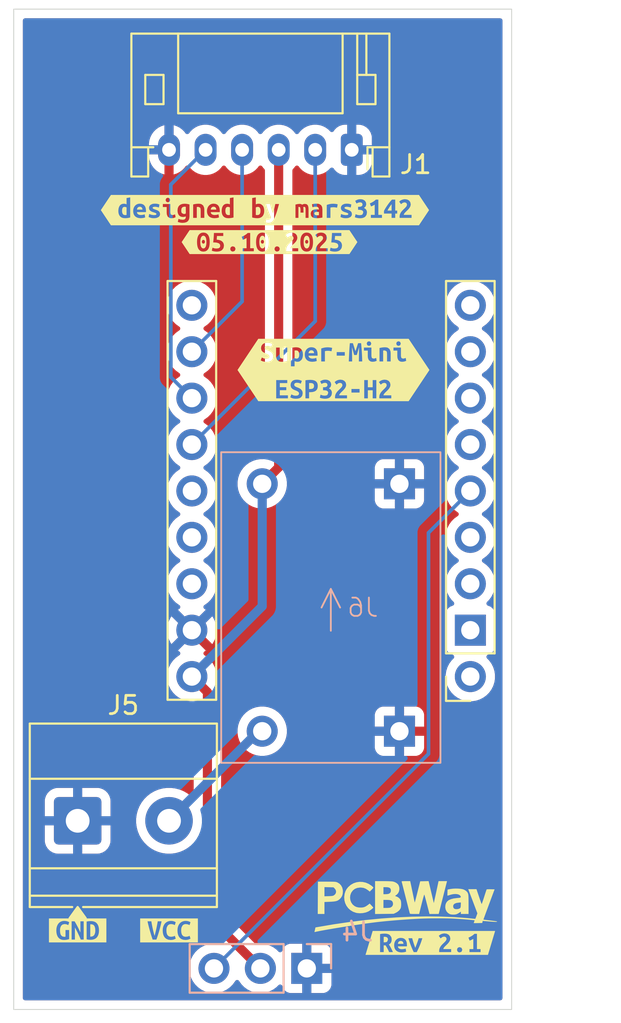
<source format=kicad_pcb>
(kicad_pcb (version 20241229) (generator "pcbnew") (generator_version "9.0")
  (title_block (title "Mole Beacon") (date "05.10.2025") (rev "2.0") (company "Peter Siegmund") (comment 1 "kicad@mars3142.org") (comment 2 "https://wiki.mars3142.dev/project/maerklin/warnemuende/lighthouse/start"))
  (layers (0 "F.Cu" signal) (2 "B.Cu" signal) (13 "F.Paste" user) (15 "B.Paste" user) (5 "F.SilkS" user "F.Silkscreen") (7 "B.SilkS" user "B.Silkscreen") (1 "F.Mask" user) (3 "B.Mask" user) (25 "Edge.Cuts" user))
  (net 0 "")
  (net 1 "+5V")
  (net 2 "OUTDOOR_L")
  (net 3 "IO")
  (net 4 "OUTDOOR_R")
  (net 5 "VCC")
  (net 15 "GND")
  (net 17 "BEACON")
  (footprint "Connector_JST:JST_PH_S6B-PH-K_1x06_P2.00mm_Horizontal" (layer "F.Cu") (at 107 49.95 180)
    (property "Reference" "J1" (at -3.5 -0.8 180) (layer "F.SilkS"))
    (property "Value" "Light")
    (pad "1" thru_hole roundrect (at 0 0 180) (size 1.2 1.75) (drill 0.75) (layers "*.Cu" "*.Mask") (roundrect_rratio 0.208333) (net 15 "GND"))
    (pad "2" thru_hole oval (at 2 0 180) (size 1.2 1.75) (drill 0.75) (layers "*.Cu" "*.Mask") (net 2 "OUTDOOR_L"))
    (pad "3" thru_hole oval (at 4 0 180) (size 1.2 1.75) (drill 0.75) (layers "*.Cu" "*.Mask") (net 1 "+5V"))
    (pad "4" thru_hole oval (at 6 0 180) (size 1.2 1.75) (drill 0.75) (layers "*.Cu" "*.Mask") (net 17 "BEACON"))
    (pad "5" thru_hole oval (at 8 0 180) (size 1.2 1.75) (drill 0.75) (layers "*.Cu" "*.Mask") (net 4 "OUTDOOR_R"))
    (pad "6" thru_hole oval (at 10 0 180) (size 1.2 1.75) (drill 0.75) (layers "*.Cu" "*.Mask") (net 15 "GND"))
  )
  (footprint "kibuzzard-6876C573" (layer "F.Cu") (at 102.25 53.25)
    (property "Reference" "kibuzzard-6876C573" (hide yes))
    (property "Value" "G***" (hide yes))
  )
  (footprint "kibuzzard-6876C010" (layer "F.Cu") (at 92 92.6725)
    (property "Reference" "kibuzzard-6876C010" (hide yes))
    (property "Value" "G***" (hide yes))
  )
  (footprint "kibuzzard-689F9361" (layer "F.Cu") (at 106 62)
    (property "Reference" "kibuzzard-689F9361" (hide yes))
    (property "Value" "G***" (hide yes))
  )
  (footprint "kibuzzard-6876C4C3" (layer "F.Cu") (at 102.5 55)
    (property "Reference" "kibuzzard-6876C4C3" (hide yes))
    (property "Value" "G***" (hide yes))
  )
  (footprint "TerminalBlock_Phoenix:TerminalBlock_Phoenix_MKDS-1,5-2_1x02_P5.00mm_Horizontal" (layer "F.Cu") (at 92 86.6725)
    (property "Reference" "J5" (at 2.5 -6.32 0) (layer "F.SilkS"))
    (property "Value" "Input")
    (pad "1" thru_hole roundrect (at 0 0) (size 2.6 2.6) (drill 1.3) (layers "*.Cu" "*.Mask") (roundrect_rratio 0.096154) (net 15 "GND"))
    (pad "2" thru_hole circle (at 5 0) (size 2.6 2.6) (drill 1.3) (layers "*.Cu" "*.Mask") (net 5 "VCC"))
  )
  (footprint "LOGO" (layer "F.Cu") (at 109.907996 91.285996)
    (property "Reference" "G***" (hide yes))
    (property "Value" "LOGO" (hide yes))
  )
  (footprint "kibuzzard-68C9998D" (layer "F.Cu") (at 111.3 93.355996)
    (property "Reference" "kibuzzard-68C9998D" (hide yes))
    (property "Value" "G***" (hide yes))
  )
  (footprint "wemos:PinSocket_S3 Zero" (layer "F.Cu") (at 105.87 68.62 180)
    (property "Reference" "J3" (hide yes))
    (property "Value" "Conn_ESP32-H2_Super-Mini_-_Pins_only")
    (pad "1" thru_hole circle (at -7.62 -10.16 180) (size 1.7 1.7) (drill 1) (layers "*.Cu" "*.Mask"))
    (pad "2" thru_hole rect (at -7.62 -7.62 180) (size 1.7 1.7) (drill 1) (layers "*.Cu" "*.Mask"))
    (pad "3" thru_hole circle (at -7.62 -5.08 180) (size 1.7 1.7) (drill 1) (layers "*.Cu" "*.Mask"))
    (pad "4" thru_hole circle (at -7.62 -2.54 180) (size 1.7 1.7) (drill 1) (layers "*.Cu" "*.Mask"))
    (pad "5" thru_hole circle (at -7.62 0 180) (size 1.7 1.7) (drill 1) (layers "*.Cu" "*.Mask") (net 3 "IO"))
    (pad "6" thru_hole circle (at -7.62 2.54 180) (size 1.7 1.7) (drill 1) (layers "*.Cu" "*.Mask"))
    (pad "7" thru_hole circle (at -7.62 5.08 180) (size 1.7 1.7) (drill 1) (layers "*.Cu" "*.Mask"))
    (pad "8" thru_hole circle (at -7.62 7.62 180) (size 1.7 1.7) (drill 1) (layers "*.Cu" "*.Mask"))
    (pad "9" thru_hole circle (at -7.62 10.16 180) (size 1.7 1.7) (drill 1) (layers "*.Cu" "*.Mask"))
    (pad "10" thru_hole circle (at 7.62 -10.16 180) (size 1.7 1.7) (drill 1) (layers "*.Cu" "*.Mask") (net 1 "+5V"))
    (pad "11" thru_hole circle (at 7.62 -7.62 180) (size 1.7 1.7) (drill 1) (layers "*.Cu" "*.Mask") (net 15 "GND"))
    (pad "12" thru_hole circle (at 7.62 -5.08 180) (size 1.7 1.7) (drill 1) (layers "*.Cu" "*.Mask"))
    (pad "13" thru_hole circle (at 7.62 -2.54 180) (size 1.7 1.7) (drill 1) (layers "*.Cu" "*.Mask"))
    (pad "14" thru_hole circle (at 7.62 0 180) (size 1.7 1.7) (drill 1) (layers "*.Cu" "*.Mask"))
    (pad "15" thru_hole circle (at 7.62 2.54 180) (size 1.7 1.7) (drill 1) (layers "*.Cu" "*.Mask") (net 2 "OUTDOOR_L"))
    (pad "16" thru_hole circle (at 7.62 5.08 180) (size 1.7 1.7) (drill 1) (layers "*.Cu" "*.Mask") (net 4 "OUTDOOR_R"))
    (pad "17" thru_hole circle (at 7.62 7.62 180) (size 1.7 1.7) (drill 1) (layers "*.Cu" "*.Mask") (net 17 "BEACON"))
    (pad "18" thru_hole circle (at 7.62 10.16 180) (size 1.7 1.7) (drill 1) (layers "*.Cu" "*.Mask"))
  )
  (footprint "kibuzzard-68B8583C" (layer "F.Cu") (at 97 92.6725)
    (property "Reference" "kibuzzard-68B8583C" (hide yes))
    (property "Value" "G***" (hide yes))
  )
  (footprint "Connector_PinSocket_2.54mm:PinSocket_1x03_P2.54mm_Vertical" (layer "B.Cu") (at 104.54 94.75 90)
    (property "Reference" "J4" (at 2 2.77 0) (layer "B.SilkS") (effects (justify mirror)))
    (property "Value" "Touch")
    (pad "1" thru_hole rect (at 0 0 90) (size 1.7 1.7) (drill 1) (layers "*.Cu" "*.Mask") (net 15 "GND"))
    (pad "2" thru_hole circle (at 0 -2.54 90) (size 1.7 1.7) (drill 1) (layers "*.Cu" "*.Mask") (net 1 "+5V"))
    (pad "3" thru_hole circle (at 0 -5.08 90) (size 1.7 1.7) (drill 1) (layers "*.Cu" "*.Mask") (net 3 "IO"))
  )
  (footprint "aliexpress:Buck Converter (30V to 5V)" (layer "B.Cu") (at 105.855 75 90)
    (property "Reference" "J6" (at 0 1.75 0) (layer "B.SilkS") (effects (font (thickness 0.1)) (justify mirror)))
    (property "Value" "~")
    (pad "1" thru_hole rect (at -6.77 3.755 90) (size 1.7 1.7) (drill oval 1) (layers "*.Cu" "*.Mask") (net 15 "GND"))
    (pad "2" thru_hole circle (at -6.77 -3.755 90) (size 1.7 1.7) (drill 1) (layers "*.Cu" "*.Mask") (net 5 "VCC"))
    (pad "3" thru_hole rect (at 6.77 3.755 90) (size 1.7 1.7) (drill oval 1) (layers "*.Cu" "*.Mask") (net 15 "GND"))
    (pad "4" thru_hole circle (at 6.77 -3.755 90) (size 1.7 1.7) (drill 1) (layers "*.Cu" "*.Mask") (net 1 "+5V"))
  )
  (gr_rect (start 88.5 42.25) (end 115.75 97) (stroke (width 0.05)) (fill no) (layer "Edge.Cuts"))
  (segment (start 98.25 78.78) (end 99.1 79.63) (width 0.5) (layer "F.Cu") (net 1))
  (segment (start 102.1 68.23) (end 103 67.33) (width 0.5) (layer "F.Cu") (net 1))
  (segment (start 99.1 91.85) (end 102 94.75) (width 0.5) (layer "F.Cu") (net 1))
  (segment (start 99.1 79.63) (end 99.1 91.85) (width 0.5) (layer "F.Cu") (net 1))
  (segment (start 103 67.33) (end 103 49.95) (width 0.5) (layer "F.Cu") (net 1))
  (segment (start 102.1 74.93) (end 98.25 78.78) (width 0.5) (layer "B.Cu") (net 1))
  (segment (start 102.1 68.23) (end 102.1 74.93) (width 0.5) (layer "B.Cu") (net 1))
  (segment (start 98.25 66.08) (end 105 59.33) (width 0.2) (layer "B.Cu") (net 2))
  (segment (start 105 59.33) (end 105 49.95) (width 0.2) (layer "B.Cu") (net 2))
  (segment (start 99.46 94.54) (end 99.5 94.5) (width 0.2) (layer "B.Cu") (net 3))
  (segment (start 111.2 83.01) (end 111.2 70.91) (width 0.2) (layer "B.Cu") (net 3))
  (segment (start 111.2 70.91) (end 113.49 68.62) (width 0.2) (layer "B.Cu") (net 3))
  (segment (start 99.46 94.75) (end 111.2 83.01) (width 0.2) (layer "B.Cu") (net 3))
  (segment (start 97.099 51.851) (end 99 49.95) (width 0.2) (layer "B.Cu") (net 4))
  (segment (start 97.099 62.389) (end 97.099 51.851) (width 0.2) (layer "B.Cu") (net 4))
  (segment (start 98.25 63.54) (end 97.099 62.389) (width 0.2) (layer "B.Cu") (net 4))
  (segment (start 101.9025 81.77) (end 102.1 81.77) (width 0.5) (layer "B.Cu") (net 5))
  (segment (start 97 86.6725) (end 101.9025 81.77) (width 0.5) (layer "B.Cu") (net 5))
  (segment (start 98.25 61) (end 101 58.25) (width 0.2) (layer "B.Cu") (net 17))
  (segment (start 101 58.25) (end 101 49.95) (width 0.2) (layer "B.Cu") (net 17))
  (zone (net 15) (net_name "GND") (layers "F.Cu" "B.Cu") (connect_pads (clearance 0.5)) (min_thickness 0.25) (fill yes (thermal_gap 0.5) (thermal_bridge_width 0.5))
    (polygon (pts (xy 116.5 41.75) (xy 87.75 41.75) (xy 87.75 97.75) (xy 116.5 97.75)))
  )
)
</source>
